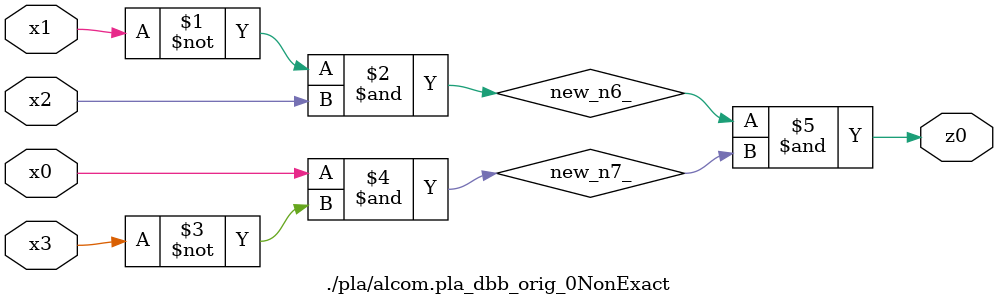
<source format=v>

module \./pla/alcom.pla_dbb_orig_0NonExact  ( 
    x0, x1, x2, x3,
    z0  );
  input  x0, x1, x2, x3;
  output z0;
  wire new_n6_, new_n7_;
  assign new_n6_ = ~x1 & x2;
  assign new_n7_ = x0 & ~x3;
  assign z0 = new_n6_ & new_n7_;
endmodule



</source>
